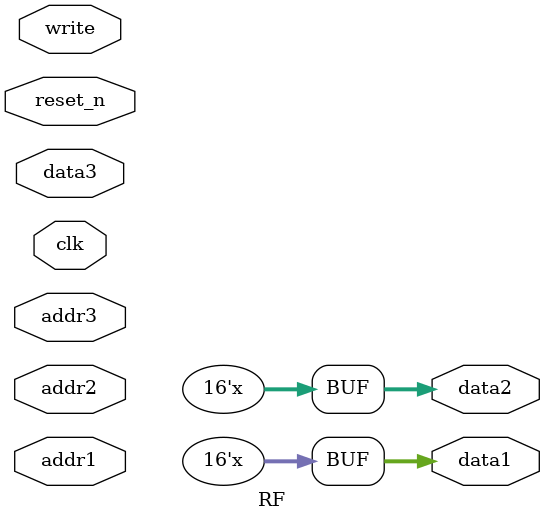
<source format=v>
`timescale 100ps / 100ps


module RF(clk, reset_n, write, addr1, addr2, addr3, data3, data1, data2);
    input clk;
    input reset_n;
    input write;
    input [1:0] addr1, addr2, addr3;
    input [15:0] data3;
    output reg [15:0] data1, data2;

    reg [15:0] data[3:0];

    always @(*) begin
        data1 = data[addr1];
        data2 = data[addr2];

        if(write) begin
            data[addr3] = data3;
        end

    end

    always @(posedge clk or negedge reset_n) begin
        if (!reset_n) begin
            data[0] <= 16'h0000;
            data[1] <= 16'h0000;
            data[2] <= 16'h0000;
            data[3] <= 16'h0000;
        end
    end
endmodule

</source>
